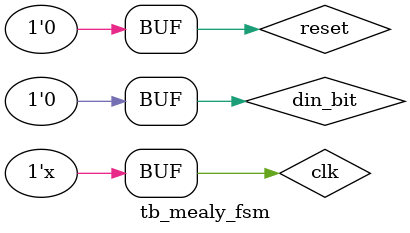
<source format=v>
`timescale 1ns / 1ps

module tb_mealy_fsm();

reg clk, reset, din_bit;
wire dout_bit;

mealy_fsm dut (

    .clk(clk), 
    .reset(reset), 
    .din_bit(din_bit), 
    .dout_bit(dout_bit)
);

always #5 clk = ~clk;

initial begin
    clk = 0;
    
    #5 reset = 1;
    #5 reset = 0;

    
    #5; din_bit=0;
    #5; din_bit=0;
    #5; din_bit=1;
    #5; din_bit=1;
    #5; din_bit=0;
    #5; din_bit=1;
    #5; din_bit=0;
    #5; din_bit=0;

end

endmodule

</source>
